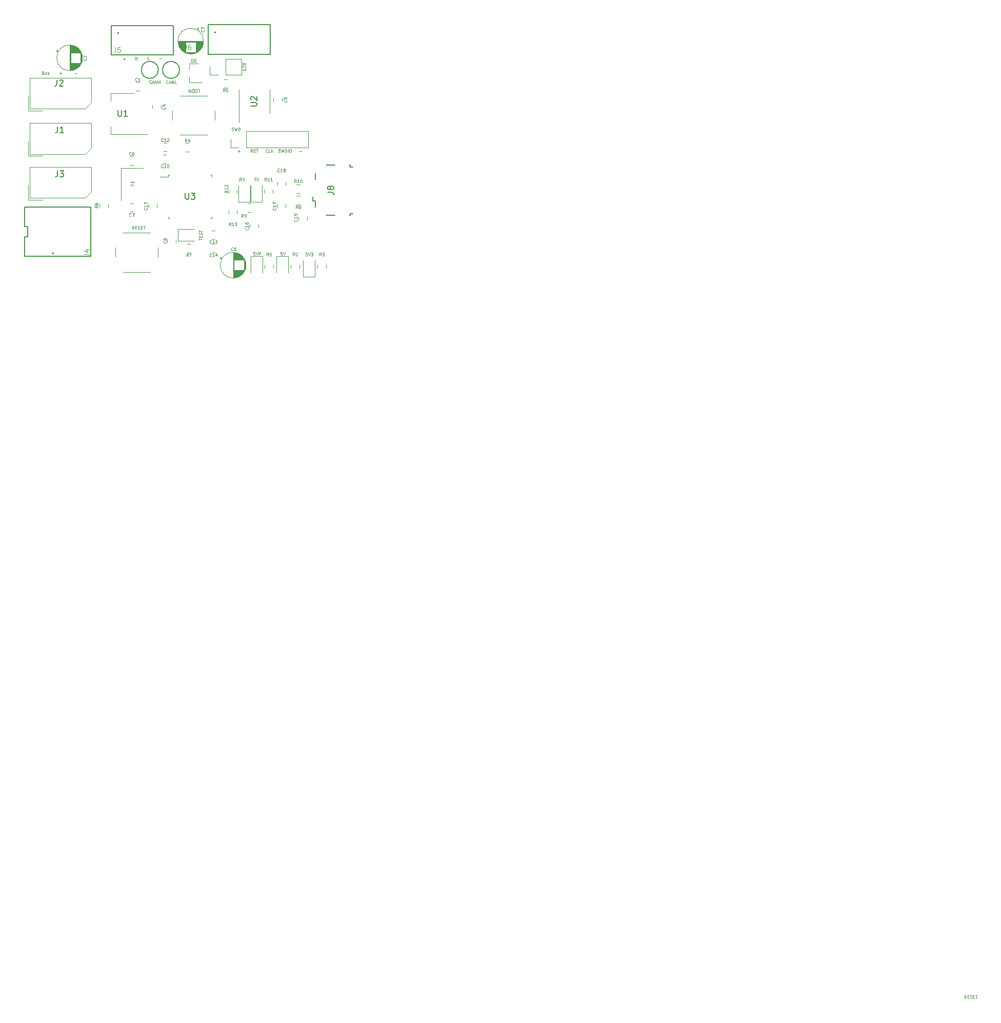
<source format=gbr>
%TF.GenerationSoftware,KiCad,Pcbnew,(5.1.6)-1*%
%TF.CreationDate,2021-06-25T13:52:16+02:00*%
%TF.ProjectId,sensor-v2-board,73656e73-6f72-42d7-9632-2d626f617264,rev?*%
%TF.SameCoordinates,Original*%
%TF.FileFunction,Legend,Top*%
%TF.FilePolarity,Positive*%
%FSLAX46Y46*%
G04 Gerber Fmt 4.6, Leading zero omitted, Abs format (unit mm)*
G04 Created by KiCad (PCBNEW (5.1.6)-1) date 2021-06-25 13:52:16*
%MOMM*%
%LPD*%
G01*
G04 APERTURE LIST*
%ADD10C,0.100000*%
%ADD11C,0.150000*%
%ADD12C,0.200000*%
%ADD13C,0.120000*%
%ADD14C,0.015000*%
G04 APERTURE END LIST*
D10*
X157159523Y-120435714D02*
X157540476Y-120435714D01*
X153740476Y-120602380D02*
X153811904Y-120626190D01*
X153930952Y-120626190D01*
X153978571Y-120602380D01*
X154002380Y-120578571D01*
X154026190Y-120530952D01*
X154026190Y-120483333D01*
X154002380Y-120435714D01*
X153978571Y-120411904D01*
X153930952Y-120388095D01*
X153835714Y-120364285D01*
X153788095Y-120340476D01*
X153764285Y-120316666D01*
X153740476Y-120269047D01*
X153740476Y-120221428D01*
X153764285Y-120173809D01*
X153788095Y-120150000D01*
X153835714Y-120126190D01*
X153954761Y-120126190D01*
X154026190Y-120150000D01*
X154192857Y-120126190D02*
X154311904Y-120626190D01*
X154407142Y-120269047D01*
X154502380Y-120626190D01*
X154621428Y-120126190D01*
X154811904Y-120626190D02*
X154811904Y-120126190D01*
X154930952Y-120126190D01*
X155002380Y-120150000D01*
X155050000Y-120197619D01*
X155073809Y-120245238D01*
X155097619Y-120340476D01*
X155097619Y-120411904D01*
X155073809Y-120507142D01*
X155050000Y-120554761D01*
X155002380Y-120602380D01*
X154930952Y-120626190D01*
X154811904Y-120626190D01*
X155311904Y-120626190D02*
X155311904Y-120126190D01*
X155645238Y-120126190D02*
X155740476Y-120126190D01*
X155788095Y-120150000D01*
X155835714Y-120197619D01*
X155859523Y-120292857D01*
X155859523Y-120459523D01*
X155835714Y-120554761D01*
X155788095Y-120602380D01*
X155740476Y-120626190D01*
X155645238Y-120626190D01*
X155597619Y-120602380D01*
X155550000Y-120554761D01*
X155526190Y-120459523D01*
X155526190Y-120292857D01*
X155550000Y-120197619D01*
X155597619Y-120150000D01*
X155645238Y-120126190D01*
X151952380Y-120578571D02*
X151928571Y-120602380D01*
X151857142Y-120626190D01*
X151809523Y-120626190D01*
X151738095Y-120602380D01*
X151690476Y-120554761D01*
X151666666Y-120507142D01*
X151642857Y-120411904D01*
X151642857Y-120340476D01*
X151666666Y-120245238D01*
X151690476Y-120197619D01*
X151738095Y-120150000D01*
X151809523Y-120126190D01*
X151857142Y-120126190D01*
X151928571Y-120150000D01*
X151952380Y-120173809D01*
X152404761Y-120626190D02*
X152166666Y-120626190D01*
X152166666Y-120126190D01*
X152571428Y-120626190D02*
X152571428Y-120126190D01*
X152857142Y-120626190D02*
X152642857Y-120340476D01*
X152857142Y-120126190D02*
X152571428Y-120411904D01*
X149426190Y-120626190D02*
X149259523Y-120388095D01*
X149140476Y-120626190D02*
X149140476Y-120126190D01*
X149330952Y-120126190D01*
X149378571Y-120150000D01*
X149402380Y-120173809D01*
X149426190Y-120221428D01*
X149426190Y-120292857D01*
X149402380Y-120340476D01*
X149378571Y-120364285D01*
X149330952Y-120388095D01*
X149140476Y-120388095D01*
X149616666Y-120602380D02*
X149688095Y-120626190D01*
X149807142Y-120626190D01*
X149854761Y-120602380D01*
X149878571Y-120578571D01*
X149902380Y-120530952D01*
X149902380Y-120483333D01*
X149878571Y-120435714D01*
X149854761Y-120411904D01*
X149807142Y-120388095D01*
X149711904Y-120364285D01*
X149664285Y-120340476D01*
X149640476Y-120316666D01*
X149616666Y-120269047D01*
X149616666Y-120221428D01*
X149640476Y-120173809D01*
X149664285Y-120150000D01*
X149711904Y-120126190D01*
X149830952Y-120126190D01*
X149902380Y-120150000D01*
X150045238Y-120126190D02*
X150330952Y-120126190D01*
X150188095Y-120626190D02*
X150188095Y-120126190D01*
X147009523Y-120435714D02*
X147390476Y-120435714D01*
X147200000Y-120626190D02*
X147200000Y-120245238D01*
X114857142Y-107464285D02*
X114928571Y-107488095D01*
X114952380Y-107511904D01*
X114976190Y-107559523D01*
X114976190Y-107630952D01*
X114952380Y-107678571D01*
X114928571Y-107702380D01*
X114880952Y-107726190D01*
X114690476Y-107726190D01*
X114690476Y-107226190D01*
X114857142Y-107226190D01*
X114904761Y-107250000D01*
X114928571Y-107273809D01*
X114952380Y-107321428D01*
X114952380Y-107369047D01*
X114928571Y-107416666D01*
X114904761Y-107440476D01*
X114857142Y-107464285D01*
X114690476Y-107464285D01*
X115404761Y-107392857D02*
X115404761Y-107726190D01*
X115190476Y-107392857D02*
X115190476Y-107654761D01*
X115214285Y-107702380D01*
X115261904Y-107726190D01*
X115333333Y-107726190D01*
X115380952Y-107702380D01*
X115404761Y-107678571D01*
X115619047Y-107702380D02*
X115666666Y-107726190D01*
X115761904Y-107726190D01*
X115809523Y-107702380D01*
X115833333Y-107654761D01*
X115833333Y-107630952D01*
X115809523Y-107583333D01*
X115761904Y-107559523D01*
X115690476Y-107559523D01*
X115642857Y-107535714D01*
X115619047Y-107488095D01*
X115619047Y-107464285D01*
X115642857Y-107416666D01*
X115690476Y-107392857D01*
X115761904Y-107392857D01*
X115809523Y-107416666D01*
X120109523Y-107535714D02*
X120490476Y-107535714D01*
X117559523Y-107535714D02*
X117940476Y-107535714D01*
X117750000Y-107726190D02*
X117750000Y-107345238D01*
X134059523Y-105085714D02*
X134440476Y-105085714D01*
X132404761Y-105276190D02*
X132166666Y-105276190D01*
X132166666Y-104776190D01*
X130107142Y-105326190D02*
X130107142Y-104826190D01*
X130107142Y-105064285D02*
X130392857Y-105064285D01*
X130392857Y-105326190D02*
X130392857Y-104826190D01*
X128059523Y-105185714D02*
X128440476Y-105185714D01*
X128250000Y-105376190D02*
X128250000Y-104995238D01*
D11*
%TO.C,J8*%
X161625000Y-131025000D02*
X163025000Y-131025000D01*
X165425000Y-131025000D02*
X165575000Y-131025000D01*
X165575000Y-131025000D02*
X165575000Y-130725000D01*
X165575000Y-130725000D02*
X166025000Y-130725000D01*
X166025000Y-123025000D02*
X165575000Y-123025000D01*
X165575000Y-123025000D02*
X165575000Y-122725000D01*
X165575000Y-122725000D02*
X165425000Y-122725000D01*
X163025000Y-122725000D02*
X161625000Y-122725000D01*
X159450000Y-127950000D02*
X159450000Y-128675000D01*
X159450000Y-128675000D02*
X159875000Y-128675000D01*
X159875000Y-128675000D02*
X159875000Y-129675000D01*
X159875000Y-125075000D02*
X159875000Y-124075000D01*
D12*
%TO.C,J4*%
X116600000Y-137310000D02*
G75*
G03*
X116600000Y-137310000I-100000J0D01*
G01*
X111800000Y-129690000D02*
X122750000Y-129690000D01*
X111800000Y-132900000D02*
X111800000Y-129690000D01*
X112300000Y-132900000D02*
X111800000Y-132900000D01*
X112300000Y-134600000D02*
X112300000Y-132900000D01*
X111800000Y-134600000D02*
X112300000Y-134600000D01*
X111800000Y-137810000D02*
X111800000Y-134600000D01*
X122750000Y-137810000D02*
X111800000Y-137810000D01*
X122750000Y-129690000D02*
X122750000Y-137810000D01*
D13*
%TO.C,R13*%
X146910000Y-130241422D02*
X146910000Y-130758578D01*
X145490000Y-130241422D02*
X145490000Y-130758578D01*
%TO.C,R12*%
X145490000Y-127358578D02*
X145490000Y-126841422D01*
X146910000Y-127358578D02*
X146910000Y-126841422D01*
%TO.C,R10*%
X156741422Y-125965000D02*
X157258578Y-125965000D01*
X156741422Y-127385000D02*
X157258578Y-127385000D01*
%TO.C,U1*%
X132100000Y-117660000D02*
X126090000Y-117660000D01*
X129850000Y-110840000D02*
X126090000Y-110840000D01*
X126090000Y-117660000D02*
X126090000Y-116400000D01*
X126090000Y-110840000D02*
X126090000Y-112100000D01*
%TO.C,C1*%
X130761252Y-109040000D02*
X130238748Y-109040000D01*
X130761252Y-110460000D02*
X130238748Y-110460000D01*
%TO.C,C4*%
X134310000Y-113361252D02*
X134310000Y-112838748D01*
X132890000Y-113361252D02*
X132890000Y-112838748D01*
%TO.C,C6*%
X129238748Y-121290000D02*
X129761252Y-121290000D01*
X129238748Y-122710000D02*
X129761252Y-122710000D01*
%TO.C,C7*%
X129761252Y-129040000D02*
X129238748Y-129040000D01*
X129761252Y-130460000D02*
X129238748Y-130460000D01*
%TO.C,C8*%
X136785000Y-135486252D02*
X136785000Y-134963748D01*
X135365000Y-135486252D02*
X135365000Y-134963748D01*
%TO.C,C9*%
X152890000Y-112161252D02*
X152890000Y-111638748D01*
X154310000Y-112161252D02*
X154310000Y-111638748D01*
%TO.C,C10*%
X134713748Y-121040000D02*
X135236252Y-121040000D01*
X134713748Y-122460000D02*
X135236252Y-122460000D01*
%TO.C,C11*%
X143261252Y-133540000D02*
X142738748Y-133540000D01*
X143261252Y-134960000D02*
X142738748Y-134960000D01*
%TO.C,C12*%
X134738748Y-119040000D02*
X135261252Y-119040000D01*
X134738748Y-120460000D02*
X135261252Y-120460000D01*
%TO.C,C13*%
X132290000Y-129238748D02*
X132290000Y-129761252D01*
X133710000Y-129238748D02*
X133710000Y-129761252D01*
%TO.C,C14*%
X143261252Y-137210000D02*
X142738748Y-137210000D01*
X143261252Y-135790000D02*
X142738748Y-135790000D01*
%TO.C,C15*%
X157040000Y-131238748D02*
X157040000Y-131761252D01*
X158460000Y-131238748D02*
X158460000Y-131761252D01*
%TO.C,C16*%
X150410000Y-132538748D02*
X150410000Y-133061252D01*
X148990000Y-132538748D02*
X148990000Y-133061252D01*
%TO.C,C17*%
X153540000Y-129238748D02*
X153540000Y-129761252D01*
X154960000Y-129238748D02*
X154960000Y-129761252D01*
%TO.C,C18*%
X153540000Y-126011252D02*
X153540000Y-125488748D01*
X154960000Y-126011252D02*
X154960000Y-125488748D01*
%TO.C,5VP*%
X151110000Y-140500000D02*
X151110000Y-137815000D01*
X151110000Y-137815000D02*
X149190000Y-137815000D01*
X149190000Y-137815000D02*
X149190000Y-140500000D01*
%TO.C,5V*%
X153440000Y-137815000D02*
X153440000Y-140500000D01*
X155360000Y-137815000D02*
X153440000Y-137815000D01*
X155360000Y-140500000D02*
X155360000Y-137815000D01*
%TO.C,3V3*%
X157820001Y-138460000D02*
X157820001Y-141145000D01*
X157820001Y-141145000D02*
X159740001Y-141145000D01*
X159740001Y-141145000D02*
X159740001Y-138460000D01*
%TO.C,TEST*%
X137165000Y-135260000D02*
X139850000Y-135260000D01*
X137165000Y-133340000D02*
X137165000Y-135260000D01*
X139850000Y-133340000D02*
X137165000Y-133340000D01*
%TO.C,D5*%
X138990000Y-105920000D02*
X138990000Y-106850000D01*
X138990000Y-109080000D02*
X138990000Y-108150000D01*
X138990000Y-109080000D02*
X141150000Y-109080000D01*
X138990000Y-105920000D02*
X140450000Y-105920000D01*
%TO.C,RX*%
X147140000Y-126100000D02*
X147140000Y-128785000D01*
X147140000Y-128785000D02*
X149060000Y-128785000D01*
X149060000Y-128785000D02*
X149060000Y-126100000D01*
%TO.C,TX*%
X151060000Y-128785000D02*
X151060000Y-126100000D01*
X149140000Y-128785000D02*
X151060000Y-128785000D01*
X149140000Y-126100000D02*
X149140000Y-128785000D01*
%TO.C,J1*%
X112690000Y-115790000D02*
X112690000Y-120910000D01*
X112690000Y-120910000D02*
X121810000Y-120910000D01*
X121810000Y-120910000D02*
X122810000Y-119910000D01*
X122810000Y-119910000D02*
X122810000Y-115790000D01*
X122810000Y-115790000D02*
X112690000Y-115790000D01*
X112390000Y-118800000D02*
X112390000Y-121210000D01*
X112390000Y-121210000D02*
X114800000Y-121210000D01*
%TO.C,J2*%
X112690000Y-108290000D02*
X112690000Y-113410000D01*
X112690000Y-113410000D02*
X121810000Y-113410000D01*
X121810000Y-113410000D02*
X122810000Y-112410000D01*
X122810000Y-112410000D02*
X122810000Y-108290000D01*
X122810000Y-108290000D02*
X112690000Y-108290000D01*
X112390000Y-111300000D02*
X112390000Y-113710000D01*
X112390000Y-113710000D02*
X114800000Y-113710000D01*
%TO.C,J3*%
X112390000Y-128460000D02*
X114800000Y-128460000D01*
X112390000Y-126050000D02*
X112390000Y-128460000D01*
X122810000Y-123040000D02*
X112690000Y-123040000D01*
X122810000Y-127160000D02*
X122810000Y-123040000D01*
X121810000Y-128160000D02*
X122810000Y-127160000D01*
X112690000Y-128160000D02*
X121810000Y-128160000D01*
X112690000Y-123040000D02*
X112690000Y-128160000D01*
D12*
%TO.C,J5*%
X136350000Y-104550000D02*
X126150000Y-104550000D01*
X126150000Y-104550000D02*
X126150000Y-99650000D01*
X126150000Y-99650000D02*
X136350000Y-99650000D01*
X136350000Y-99650000D02*
X136350000Y-104550000D01*
X127350000Y-100900000D02*
G75*
G03*
X127350000Y-100900000I-100000J0D01*
G01*
%TO.C,J6*%
X143350000Y-100800000D02*
G75*
G03*
X143350000Y-100800000I-100000J0D01*
G01*
X152350000Y-99550000D02*
X152350000Y-104450000D01*
X142150000Y-99550000D02*
X152350000Y-99550000D01*
X142150000Y-104450000D02*
X142150000Y-99550000D01*
X152350000Y-104450000D02*
X142150000Y-104450000D01*
D13*
%TO.C,SWD*%
X158660000Y-119830000D02*
X158660000Y-117170000D01*
X148440000Y-119830000D02*
X158660000Y-119830000D01*
X148440000Y-117170000D02*
X158660000Y-117170000D01*
X148440000Y-119830000D02*
X148440000Y-117170000D01*
X147170000Y-119830000D02*
X145840000Y-119830000D01*
X145840000Y-119830000D02*
X145840000Y-118500000D01*
%TO.C,120*%
X147620000Y-107830000D02*
X147620000Y-105170000D01*
X145020000Y-107830000D02*
X147620000Y-107830000D01*
X145020000Y-105170000D02*
X147620000Y-105170000D01*
X145020000Y-107830000D02*
X145020000Y-105170000D01*
X143750000Y-107830000D02*
X142420000Y-107830000D01*
X142420000Y-107830000D02*
X142420000Y-106500000D01*
%TO.C,R1*%
X151440000Y-139738578D02*
X151440000Y-139221422D01*
X152860000Y-139738578D02*
X152860000Y-139221422D01*
%TO.C,R2*%
X157225001Y-139738578D02*
X157225001Y-139221422D01*
X155805001Y-139738578D02*
X155805001Y-139221422D01*
%TO.C,R3*%
X161610000Y-139221422D02*
X161610000Y-139738578D01*
X160190000Y-139221422D02*
X160190000Y-139738578D01*
%TO.C,R4*%
X138958578Y-119090000D02*
X138441422Y-119090000D01*
X138958578Y-120510000D02*
X138441422Y-120510000D01*
%TO.C,R5*%
X145258578Y-109960000D02*
X144741422Y-109960000D01*
X145258578Y-108540000D02*
X144741422Y-108540000D01*
%TO.C,R6*%
X125610000Y-129658578D02*
X125610000Y-129141422D01*
X124190000Y-129658578D02*
X124190000Y-129141422D01*
%TO.C,R7*%
X138656423Y-135755001D02*
X139173579Y-135755001D01*
X138656423Y-137175001D02*
X139173579Y-137175001D01*
%TO.C,R8*%
X156741422Y-129260000D02*
X157258578Y-129260000D01*
X156741422Y-127840000D02*
X157258578Y-127840000D01*
%TO.C,R9*%
X149158578Y-129090000D02*
X148641422Y-129090000D01*
X149158578Y-130510000D02*
X148641422Y-130510000D01*
%TO.C,R11*%
X151390000Y-127321078D02*
X151390000Y-126803922D01*
X152810000Y-127321078D02*
X152810000Y-126803922D01*
%TO.C,RESET*%
X128100000Y-140375000D02*
X132600000Y-140375000D01*
X126850000Y-136375000D02*
X126850000Y-137875000D01*
X132600000Y-133875000D02*
X128100000Y-133875000D01*
X133850000Y-137875000D02*
X133850000Y-136375000D01*
%TO.C,BOOT*%
X143200000Y-115250000D02*
X143200000Y-113750000D01*
X141950000Y-111250000D02*
X137450000Y-111250000D01*
X136200000Y-113750000D02*
X136200000Y-115250000D01*
X137450000Y-117750000D02*
X141950000Y-117750000D01*
D11*
%TO.C,CANH*%
X133900000Y-107000000D02*
G75*
G03*
X133900000Y-107000000I-1400000J0D01*
G01*
%TO.C,CANL*%
X137400000Y-107000000D02*
G75*
G03*
X137400000Y-107000000I-1400000J0D01*
G01*
D13*
%TO.C,U2*%
X152310000Y-112250000D02*
X152310000Y-110300000D01*
X152310000Y-112250000D02*
X152310000Y-114200000D01*
X147190000Y-112250000D02*
X147190000Y-110300000D01*
X147190000Y-112250000D02*
X147190000Y-115700000D01*
%TO.C,U3*%
X142435000Y-131560000D02*
X142735000Y-131560000D01*
X142735000Y-131560000D02*
X142735000Y-131260000D01*
X135815000Y-131560000D02*
X135515000Y-131560000D01*
X135515000Y-131560000D02*
X135515000Y-131260000D01*
X142435000Y-124340000D02*
X142735000Y-124340000D01*
X142735000Y-124340000D02*
X142735000Y-124640000D01*
X135815000Y-124340000D02*
X135515000Y-124340000D01*
X135515000Y-124340000D02*
X135515000Y-124640000D01*
X135515000Y-124640000D02*
X134200000Y-124640000D01*
%TO.C,C2*%
X121370000Y-105000000D02*
G75*
G03*
X121370000Y-105000000I-2120000J0D01*
G01*
X119250000Y-102920000D02*
X119250000Y-107080000D01*
X119290000Y-102920000D02*
X119290000Y-107080000D01*
X119330000Y-102921000D02*
X119330000Y-107079000D01*
X119370000Y-102923000D02*
X119370000Y-107077000D01*
X119410000Y-102926000D02*
X119410000Y-107074000D01*
X119450000Y-102929000D02*
X119450000Y-104160000D01*
X119450000Y-105840000D02*
X119450000Y-107071000D01*
X119490000Y-102933000D02*
X119490000Y-104160000D01*
X119490000Y-105840000D02*
X119490000Y-107067000D01*
X119530000Y-102938000D02*
X119530000Y-104160000D01*
X119530000Y-105840000D02*
X119530000Y-107062000D01*
X119570000Y-102944000D02*
X119570000Y-104160000D01*
X119570000Y-105840000D02*
X119570000Y-107056000D01*
X119610000Y-102950000D02*
X119610000Y-104160000D01*
X119610000Y-105840000D02*
X119610000Y-107050000D01*
X119650000Y-102958000D02*
X119650000Y-104160000D01*
X119650000Y-105840000D02*
X119650000Y-107042000D01*
X119690000Y-102966000D02*
X119690000Y-104160000D01*
X119690000Y-105840000D02*
X119690000Y-107034000D01*
X119730000Y-102975000D02*
X119730000Y-104160000D01*
X119730000Y-105840000D02*
X119730000Y-107025000D01*
X119770000Y-102984000D02*
X119770000Y-104160000D01*
X119770000Y-105840000D02*
X119770000Y-107016000D01*
X119810000Y-102995000D02*
X119810000Y-104160000D01*
X119810000Y-105840000D02*
X119810000Y-107005000D01*
X119850000Y-103006000D02*
X119850000Y-104160000D01*
X119850000Y-105840000D02*
X119850000Y-106994000D01*
X119890000Y-103018000D02*
X119890000Y-104160000D01*
X119890000Y-105840000D02*
X119890000Y-106982000D01*
X119930000Y-103032000D02*
X119930000Y-104160000D01*
X119930000Y-105840000D02*
X119930000Y-106968000D01*
X119971000Y-103046000D02*
X119971000Y-104160000D01*
X119971000Y-105840000D02*
X119971000Y-106954000D01*
X120011000Y-103060000D02*
X120011000Y-104160000D01*
X120011000Y-105840000D02*
X120011000Y-106940000D01*
X120051000Y-103076000D02*
X120051000Y-104160000D01*
X120051000Y-105840000D02*
X120051000Y-106924000D01*
X120091000Y-103093000D02*
X120091000Y-104160000D01*
X120091000Y-105840000D02*
X120091000Y-106907000D01*
X120131000Y-103111000D02*
X120131000Y-104160000D01*
X120131000Y-105840000D02*
X120131000Y-106889000D01*
X120171000Y-103130000D02*
X120171000Y-104160000D01*
X120171000Y-105840000D02*
X120171000Y-106870000D01*
X120211000Y-103149000D02*
X120211000Y-104160000D01*
X120211000Y-105840000D02*
X120211000Y-106851000D01*
X120251000Y-103170000D02*
X120251000Y-104160000D01*
X120251000Y-105840000D02*
X120251000Y-106830000D01*
X120291000Y-103192000D02*
X120291000Y-104160000D01*
X120291000Y-105840000D02*
X120291000Y-106808000D01*
X120331000Y-103215000D02*
X120331000Y-104160000D01*
X120331000Y-105840000D02*
X120331000Y-106785000D01*
X120371000Y-103240000D02*
X120371000Y-104160000D01*
X120371000Y-105840000D02*
X120371000Y-106760000D01*
X120411000Y-103265000D02*
X120411000Y-104160000D01*
X120411000Y-105840000D02*
X120411000Y-106735000D01*
X120451000Y-103292000D02*
X120451000Y-104160000D01*
X120451000Y-105840000D02*
X120451000Y-106708000D01*
X120491000Y-103320000D02*
X120491000Y-104160000D01*
X120491000Y-105840000D02*
X120491000Y-106680000D01*
X120531000Y-103350000D02*
X120531000Y-104160000D01*
X120531000Y-105840000D02*
X120531000Y-106650000D01*
X120571000Y-103381000D02*
X120571000Y-104160000D01*
X120571000Y-105840000D02*
X120571000Y-106619000D01*
X120611000Y-103413000D02*
X120611000Y-104160000D01*
X120611000Y-105840000D02*
X120611000Y-106587000D01*
X120651000Y-103448000D02*
X120651000Y-104160000D01*
X120651000Y-105840000D02*
X120651000Y-106552000D01*
X120691000Y-103484000D02*
X120691000Y-104160000D01*
X120691000Y-105840000D02*
X120691000Y-106516000D01*
X120731000Y-103522000D02*
X120731000Y-104160000D01*
X120731000Y-105840000D02*
X120731000Y-106478000D01*
X120771000Y-103562000D02*
X120771000Y-104160000D01*
X120771000Y-105840000D02*
X120771000Y-106438000D01*
X120811000Y-103604000D02*
X120811000Y-104160000D01*
X120811000Y-105840000D02*
X120811000Y-106396000D01*
X120851000Y-103649000D02*
X120851000Y-104160000D01*
X120851000Y-105840000D02*
X120851000Y-106351000D01*
X120891000Y-103696000D02*
X120891000Y-104160000D01*
X120891000Y-105840000D02*
X120891000Y-106304000D01*
X120931000Y-103746000D02*
X120931000Y-104160000D01*
X120931000Y-105840000D02*
X120931000Y-106254000D01*
X120971000Y-103800000D02*
X120971000Y-104160000D01*
X120971000Y-105840000D02*
X120971000Y-106200000D01*
X121011000Y-103858000D02*
X121011000Y-104160000D01*
X121011000Y-105840000D02*
X121011000Y-106142000D01*
X121051000Y-103920000D02*
X121051000Y-104160000D01*
X121051000Y-105840000D02*
X121051000Y-106080000D01*
X121091000Y-103987000D02*
X121091000Y-106013000D01*
X121131000Y-104060000D02*
X121131000Y-105940000D01*
X121171000Y-104141000D02*
X121171000Y-105859000D01*
X121211000Y-104232000D02*
X121211000Y-105768000D01*
X121251000Y-104336000D02*
X121251000Y-105664000D01*
X121291000Y-104463000D02*
X121291000Y-105537000D01*
X121331000Y-104630000D02*
X121331000Y-105370000D01*
X116980199Y-103805000D02*
X117380199Y-103805000D01*
X117180199Y-103605000D02*
X117180199Y-104005000D01*
%TO.C,C3*%
X140645000Y-100180199D02*
X140245000Y-100180199D01*
X140445000Y-99980199D02*
X140445000Y-100380199D01*
X139620000Y-104331000D02*
X138880000Y-104331000D01*
X139787000Y-104291000D02*
X138713000Y-104291000D01*
X139914000Y-104251000D02*
X138586000Y-104251000D01*
X140018000Y-104211000D02*
X138482000Y-104211000D01*
X140109000Y-104171000D02*
X138391000Y-104171000D01*
X140190000Y-104131000D02*
X138310000Y-104131000D01*
X140263000Y-104091000D02*
X138237000Y-104091000D01*
X138410000Y-104051000D02*
X138170000Y-104051000D01*
X140330000Y-104051000D02*
X140090000Y-104051000D01*
X138410000Y-104011000D02*
X138108000Y-104011000D01*
X140392000Y-104011000D02*
X140090000Y-104011000D01*
X138410000Y-103971000D02*
X138050000Y-103971000D01*
X140450000Y-103971000D02*
X140090000Y-103971000D01*
X138410000Y-103931000D02*
X137996000Y-103931000D01*
X140504000Y-103931000D02*
X140090000Y-103931000D01*
X138410000Y-103891000D02*
X137946000Y-103891000D01*
X140554000Y-103891000D02*
X140090000Y-103891000D01*
X138410000Y-103851000D02*
X137899000Y-103851000D01*
X140601000Y-103851000D02*
X140090000Y-103851000D01*
X138410000Y-103811000D02*
X137854000Y-103811000D01*
X140646000Y-103811000D02*
X140090000Y-103811000D01*
X138410000Y-103771000D02*
X137812000Y-103771000D01*
X140688000Y-103771000D02*
X140090000Y-103771000D01*
X138410000Y-103731000D02*
X137772000Y-103731000D01*
X140728000Y-103731000D02*
X140090000Y-103731000D01*
X138410000Y-103691000D02*
X137734000Y-103691000D01*
X140766000Y-103691000D02*
X140090000Y-103691000D01*
X138410000Y-103651000D02*
X137698000Y-103651000D01*
X140802000Y-103651000D02*
X140090000Y-103651000D01*
X138410000Y-103611000D02*
X137663000Y-103611000D01*
X140837000Y-103611000D02*
X140090000Y-103611000D01*
X138410000Y-103571000D02*
X137631000Y-103571000D01*
X140869000Y-103571000D02*
X140090000Y-103571000D01*
X138410000Y-103531000D02*
X137600000Y-103531000D01*
X140900000Y-103531000D02*
X140090000Y-103531000D01*
X138410000Y-103491000D02*
X137570000Y-103491000D01*
X140930000Y-103491000D02*
X140090000Y-103491000D01*
X138410000Y-103451000D02*
X137542000Y-103451000D01*
X140958000Y-103451000D02*
X140090000Y-103451000D01*
X138410000Y-103411000D02*
X137515000Y-103411000D01*
X140985000Y-103411000D02*
X140090000Y-103411000D01*
X138410000Y-103371000D02*
X137490000Y-103371000D01*
X141010000Y-103371000D02*
X140090000Y-103371000D01*
X138410000Y-103331000D02*
X137465000Y-103331000D01*
X141035000Y-103331000D02*
X140090000Y-103331000D01*
X138410000Y-103291000D02*
X137442000Y-103291000D01*
X141058000Y-103291000D02*
X140090000Y-103291000D01*
X138410000Y-103251000D02*
X137420000Y-103251000D01*
X141080000Y-103251000D02*
X140090000Y-103251000D01*
X138410000Y-103211000D02*
X137399000Y-103211000D01*
X141101000Y-103211000D02*
X140090000Y-103211000D01*
X138410000Y-103171000D02*
X137380000Y-103171000D01*
X141120000Y-103171000D02*
X140090000Y-103171000D01*
X138410000Y-103131000D02*
X137361000Y-103131000D01*
X141139000Y-103131000D02*
X140090000Y-103131000D01*
X138410000Y-103091000D02*
X137343000Y-103091000D01*
X141157000Y-103091000D02*
X140090000Y-103091000D01*
X138410000Y-103051000D02*
X137326000Y-103051000D01*
X141174000Y-103051000D02*
X140090000Y-103051000D01*
X138410000Y-103011000D02*
X137310000Y-103011000D01*
X141190000Y-103011000D02*
X140090000Y-103011000D01*
X138410000Y-102971000D02*
X137296000Y-102971000D01*
X141204000Y-102971000D02*
X140090000Y-102971000D01*
X138410000Y-102930000D02*
X137282000Y-102930000D01*
X141218000Y-102930000D02*
X140090000Y-102930000D01*
X138410000Y-102890000D02*
X137268000Y-102890000D01*
X141232000Y-102890000D02*
X140090000Y-102890000D01*
X138410000Y-102850000D02*
X137256000Y-102850000D01*
X141244000Y-102850000D02*
X140090000Y-102850000D01*
X138410000Y-102810000D02*
X137245000Y-102810000D01*
X141255000Y-102810000D02*
X140090000Y-102810000D01*
X138410000Y-102770000D02*
X137234000Y-102770000D01*
X141266000Y-102770000D02*
X140090000Y-102770000D01*
X138410000Y-102730000D02*
X137225000Y-102730000D01*
X141275000Y-102730000D02*
X140090000Y-102730000D01*
X138410000Y-102690000D02*
X137216000Y-102690000D01*
X141284000Y-102690000D02*
X140090000Y-102690000D01*
X138410000Y-102650000D02*
X137208000Y-102650000D01*
X141292000Y-102650000D02*
X140090000Y-102650000D01*
X138410000Y-102610000D02*
X137200000Y-102610000D01*
X141300000Y-102610000D02*
X140090000Y-102610000D01*
X138410000Y-102570000D02*
X137194000Y-102570000D01*
X141306000Y-102570000D02*
X140090000Y-102570000D01*
X138410000Y-102530000D02*
X137188000Y-102530000D01*
X141312000Y-102530000D02*
X140090000Y-102530000D01*
X138410000Y-102490000D02*
X137183000Y-102490000D01*
X141317000Y-102490000D02*
X140090000Y-102490000D01*
X138410000Y-102450000D02*
X137179000Y-102450000D01*
X141321000Y-102450000D02*
X140090000Y-102450000D01*
X141324000Y-102410000D02*
X137176000Y-102410000D01*
X141327000Y-102370000D02*
X137173000Y-102370000D01*
X141329000Y-102330000D02*
X137171000Y-102330000D01*
X141330000Y-102290000D02*
X137170000Y-102290000D01*
X141330000Y-102250000D02*
X137170000Y-102250000D01*
X141370000Y-102250000D02*
G75*
G03*
X141370000Y-102250000I-2120000J0D01*
G01*
%TO.C,C5*%
X144180199Y-137855000D02*
X144180199Y-138255000D01*
X143980199Y-138055000D02*
X144380199Y-138055000D01*
X148331000Y-138880000D02*
X148331000Y-139620000D01*
X148291000Y-138713000D02*
X148291000Y-139787000D01*
X148251000Y-138586000D02*
X148251000Y-139914000D01*
X148211000Y-138482000D02*
X148211000Y-140018000D01*
X148171000Y-138391000D02*
X148171000Y-140109000D01*
X148131000Y-138310000D02*
X148131000Y-140190000D01*
X148091000Y-138237000D02*
X148091000Y-140263000D01*
X148051000Y-140090000D02*
X148051000Y-140330000D01*
X148051000Y-138170000D02*
X148051000Y-138410000D01*
X148011000Y-140090000D02*
X148011000Y-140392000D01*
X148011000Y-138108000D02*
X148011000Y-138410000D01*
X147971000Y-140090000D02*
X147971000Y-140450000D01*
X147971000Y-138050000D02*
X147971000Y-138410000D01*
X147931000Y-140090000D02*
X147931000Y-140504000D01*
X147931000Y-137996000D02*
X147931000Y-138410000D01*
X147891000Y-140090000D02*
X147891000Y-140554000D01*
X147891000Y-137946000D02*
X147891000Y-138410000D01*
X147851000Y-140090000D02*
X147851000Y-140601000D01*
X147851000Y-137899000D02*
X147851000Y-138410000D01*
X147811000Y-140090000D02*
X147811000Y-140646000D01*
X147811000Y-137854000D02*
X147811000Y-138410000D01*
X147771000Y-140090000D02*
X147771000Y-140688000D01*
X147771000Y-137812000D02*
X147771000Y-138410000D01*
X147731000Y-140090000D02*
X147731000Y-140728000D01*
X147731000Y-137772000D02*
X147731000Y-138410000D01*
X147691000Y-140090000D02*
X147691000Y-140766000D01*
X147691000Y-137734000D02*
X147691000Y-138410000D01*
X147651000Y-140090000D02*
X147651000Y-140802000D01*
X147651000Y-137698000D02*
X147651000Y-138410000D01*
X147611000Y-140090000D02*
X147611000Y-140837000D01*
X147611000Y-137663000D02*
X147611000Y-138410000D01*
X147571000Y-140090000D02*
X147571000Y-140869000D01*
X147571000Y-137631000D02*
X147571000Y-138410000D01*
X147531000Y-140090000D02*
X147531000Y-140900000D01*
X147531000Y-137600000D02*
X147531000Y-138410000D01*
X147491000Y-140090000D02*
X147491000Y-140930000D01*
X147491000Y-137570000D02*
X147491000Y-138410000D01*
X147451000Y-140090000D02*
X147451000Y-140958000D01*
X147451000Y-137542000D02*
X147451000Y-138410000D01*
X147411000Y-140090000D02*
X147411000Y-140985000D01*
X147411000Y-137515000D02*
X147411000Y-138410000D01*
X147371000Y-140090000D02*
X147371000Y-141010000D01*
X147371000Y-137490000D02*
X147371000Y-138410000D01*
X147331000Y-140090000D02*
X147331000Y-141035000D01*
X147331000Y-137465000D02*
X147331000Y-138410000D01*
X147291000Y-140090000D02*
X147291000Y-141058000D01*
X147291000Y-137442000D02*
X147291000Y-138410000D01*
X147251000Y-140090000D02*
X147251000Y-141080000D01*
X147251000Y-137420000D02*
X147251000Y-138410000D01*
X147211000Y-140090000D02*
X147211000Y-141101000D01*
X147211000Y-137399000D02*
X147211000Y-138410000D01*
X147171000Y-140090000D02*
X147171000Y-141120000D01*
X147171000Y-137380000D02*
X147171000Y-138410000D01*
X147131000Y-140090000D02*
X147131000Y-141139000D01*
X147131000Y-137361000D02*
X147131000Y-138410000D01*
X147091000Y-140090000D02*
X147091000Y-141157000D01*
X147091000Y-137343000D02*
X147091000Y-138410000D01*
X147051000Y-140090000D02*
X147051000Y-141174000D01*
X147051000Y-137326000D02*
X147051000Y-138410000D01*
X147011000Y-140090000D02*
X147011000Y-141190000D01*
X147011000Y-137310000D02*
X147011000Y-138410000D01*
X146971000Y-140090000D02*
X146971000Y-141204000D01*
X146971000Y-137296000D02*
X146971000Y-138410000D01*
X146930000Y-140090000D02*
X146930000Y-141218000D01*
X146930000Y-137282000D02*
X146930000Y-138410000D01*
X146890000Y-140090000D02*
X146890000Y-141232000D01*
X146890000Y-137268000D02*
X146890000Y-138410000D01*
X146850000Y-140090000D02*
X146850000Y-141244000D01*
X146850000Y-137256000D02*
X146850000Y-138410000D01*
X146810000Y-140090000D02*
X146810000Y-141255000D01*
X146810000Y-137245000D02*
X146810000Y-138410000D01*
X146770000Y-140090000D02*
X146770000Y-141266000D01*
X146770000Y-137234000D02*
X146770000Y-138410000D01*
X146730000Y-140090000D02*
X146730000Y-141275000D01*
X146730000Y-137225000D02*
X146730000Y-138410000D01*
X146690000Y-140090000D02*
X146690000Y-141284000D01*
X146690000Y-137216000D02*
X146690000Y-138410000D01*
X146650000Y-140090000D02*
X146650000Y-141292000D01*
X146650000Y-137208000D02*
X146650000Y-138410000D01*
X146610000Y-140090000D02*
X146610000Y-141300000D01*
X146610000Y-137200000D02*
X146610000Y-138410000D01*
X146570000Y-140090000D02*
X146570000Y-141306000D01*
X146570000Y-137194000D02*
X146570000Y-138410000D01*
X146530000Y-140090000D02*
X146530000Y-141312000D01*
X146530000Y-137188000D02*
X146530000Y-138410000D01*
X146490000Y-140090000D02*
X146490000Y-141317000D01*
X146490000Y-137183000D02*
X146490000Y-138410000D01*
X146450000Y-140090000D02*
X146450000Y-141321000D01*
X146450000Y-137179000D02*
X146450000Y-138410000D01*
X146410000Y-137176000D02*
X146410000Y-141324000D01*
X146370000Y-137173000D02*
X146370000Y-141327000D01*
X146330000Y-137171000D02*
X146330000Y-141329000D01*
X146290000Y-137170000D02*
X146290000Y-141330000D01*
X146250000Y-137170000D02*
X146250000Y-141330000D01*
X148370000Y-139250000D02*
G75*
G03*
X148370000Y-139250000I-2120000J0D01*
G01*
%TO.C,Y1*%
X127725000Y-123225000D02*
X127725000Y-128525000D01*
X131425000Y-123225000D02*
X127725000Y-123225000D01*
%TO.C,J8*%
D11*
X161852380Y-127208333D02*
X162566666Y-127208333D01*
X162709523Y-127255952D01*
X162804761Y-127351190D01*
X162852380Y-127494047D01*
X162852380Y-127589285D01*
X162280952Y-126589285D02*
X162233333Y-126684523D01*
X162185714Y-126732142D01*
X162090476Y-126779761D01*
X162042857Y-126779761D01*
X161947619Y-126732142D01*
X161900000Y-126684523D01*
X161852380Y-126589285D01*
X161852380Y-126398809D01*
X161900000Y-126303571D01*
X161947619Y-126255952D01*
X162042857Y-126208333D01*
X162090476Y-126208333D01*
X162185714Y-126255952D01*
X162233333Y-126303571D01*
X162280952Y-126398809D01*
X162280952Y-126589285D01*
X162328571Y-126684523D01*
X162376190Y-126732142D01*
X162471428Y-126779761D01*
X162661904Y-126779761D01*
X162757142Y-126732142D01*
X162804761Y-126684523D01*
X162852380Y-126589285D01*
X162852380Y-126398809D01*
X162804761Y-126303571D01*
X162757142Y-126255952D01*
X162661904Y-126208333D01*
X162471428Y-126208333D01*
X162376190Y-126255952D01*
X162328571Y-126303571D01*
X162280952Y-126398809D01*
%TO.C,*%
D10*
X267273809Y-260376190D02*
X267107142Y-260138095D01*
X266988095Y-260376190D02*
X266988095Y-259876190D01*
X267178571Y-259876190D01*
X267226190Y-259900000D01*
X267250000Y-259923809D01*
X267273809Y-259971428D01*
X267273809Y-260042857D01*
X267250000Y-260090476D01*
X267226190Y-260114285D01*
X267178571Y-260138095D01*
X266988095Y-260138095D01*
X267488095Y-260114285D02*
X267654761Y-260114285D01*
X267726190Y-260376190D02*
X267488095Y-260376190D01*
X267488095Y-259876190D01*
X267726190Y-259876190D01*
X267916666Y-260352380D02*
X267988095Y-260376190D01*
X268107142Y-260376190D01*
X268154761Y-260352380D01*
X268178571Y-260328571D01*
X268202380Y-260280952D01*
X268202380Y-260233333D01*
X268178571Y-260185714D01*
X268154761Y-260161904D01*
X268107142Y-260138095D01*
X268011904Y-260114285D01*
X267964285Y-260090476D01*
X267940476Y-260066666D01*
X267916666Y-260019047D01*
X267916666Y-259971428D01*
X267940476Y-259923809D01*
X267964285Y-259900000D01*
X268011904Y-259876190D01*
X268130952Y-259876190D01*
X268202380Y-259900000D01*
X268416666Y-260114285D02*
X268583333Y-260114285D01*
X268654761Y-260376190D02*
X268416666Y-260376190D01*
X268416666Y-259876190D01*
X268654761Y-259876190D01*
X268797619Y-259876190D02*
X269083333Y-259876190D01*
X268940476Y-260376190D02*
X268940476Y-259876190D01*
%TO.C,J4*%
D14*
X121661904Y-137416666D02*
X122233333Y-137416666D01*
X122347619Y-137454761D01*
X122423809Y-137530952D01*
X122461904Y-137645238D01*
X122461904Y-137721428D01*
X121928571Y-136692857D02*
X122461904Y-136692857D01*
X121623809Y-136883333D02*
X122195238Y-137073809D01*
X122195238Y-136578571D01*
%TO.C,R13*%
D10*
X145878571Y-132726190D02*
X145711904Y-132488095D01*
X145592857Y-132726190D02*
X145592857Y-132226190D01*
X145783333Y-132226190D01*
X145830952Y-132250000D01*
X145854761Y-132273809D01*
X145878571Y-132321428D01*
X145878571Y-132392857D01*
X145854761Y-132440476D01*
X145830952Y-132464285D01*
X145783333Y-132488095D01*
X145592857Y-132488095D01*
X146354761Y-132726190D02*
X146069047Y-132726190D01*
X146211904Y-132726190D02*
X146211904Y-132226190D01*
X146164285Y-132297619D01*
X146116666Y-132345238D01*
X146069047Y-132369047D01*
X146521428Y-132226190D02*
X146830952Y-132226190D01*
X146664285Y-132416666D01*
X146735714Y-132416666D01*
X146783333Y-132440476D01*
X146807142Y-132464285D01*
X146830952Y-132511904D01*
X146830952Y-132630952D01*
X146807142Y-132678571D01*
X146783333Y-132702380D01*
X146735714Y-132726190D01*
X146592857Y-132726190D01*
X146545238Y-132702380D01*
X146521428Y-132678571D01*
%TO.C,R12*%
X145326190Y-126921428D02*
X145088095Y-127088095D01*
X145326190Y-127207142D02*
X144826190Y-127207142D01*
X144826190Y-127016666D01*
X144850000Y-126969047D01*
X144873809Y-126945238D01*
X144921428Y-126921428D01*
X144992857Y-126921428D01*
X145040476Y-126945238D01*
X145064285Y-126969047D01*
X145088095Y-127016666D01*
X145088095Y-127207142D01*
X145326190Y-126445238D02*
X145326190Y-126730952D01*
X145326190Y-126588095D02*
X144826190Y-126588095D01*
X144897619Y-126635714D01*
X144945238Y-126683333D01*
X144969047Y-126730952D01*
X144873809Y-126254761D02*
X144850000Y-126230952D01*
X144826190Y-126183333D01*
X144826190Y-126064285D01*
X144850000Y-126016666D01*
X144873809Y-125992857D01*
X144921428Y-125969047D01*
X144969047Y-125969047D01*
X145040476Y-125992857D01*
X145326190Y-126278571D01*
X145326190Y-125969047D01*
%TO.C,R10*%
X156678571Y-125626190D02*
X156511904Y-125388095D01*
X156392857Y-125626190D02*
X156392857Y-125126190D01*
X156583333Y-125126190D01*
X156630952Y-125150000D01*
X156654761Y-125173809D01*
X156678571Y-125221428D01*
X156678571Y-125292857D01*
X156654761Y-125340476D01*
X156630952Y-125364285D01*
X156583333Y-125388095D01*
X156392857Y-125388095D01*
X157154761Y-125626190D02*
X156869047Y-125626190D01*
X157011904Y-125626190D02*
X157011904Y-125126190D01*
X156964285Y-125197619D01*
X156916666Y-125245238D01*
X156869047Y-125269047D01*
X157464285Y-125126190D02*
X157511904Y-125126190D01*
X157559523Y-125150000D01*
X157583333Y-125173809D01*
X157607142Y-125221428D01*
X157630952Y-125316666D01*
X157630952Y-125435714D01*
X157607142Y-125530952D01*
X157583333Y-125578571D01*
X157559523Y-125602380D01*
X157511904Y-125626190D01*
X157464285Y-125626190D01*
X157416666Y-125602380D01*
X157392857Y-125578571D01*
X157369047Y-125530952D01*
X157345238Y-125435714D01*
X157345238Y-125316666D01*
X157369047Y-125221428D01*
X157392857Y-125173809D01*
X157416666Y-125150000D01*
X157464285Y-125126190D01*
%TO.C,U1*%
D11*
X127238095Y-113652380D02*
X127238095Y-114461904D01*
X127285714Y-114557142D01*
X127333333Y-114604761D01*
X127428571Y-114652380D01*
X127619047Y-114652380D01*
X127714285Y-114604761D01*
X127761904Y-114557142D01*
X127809523Y-114461904D01*
X127809523Y-113652380D01*
X128809523Y-114652380D02*
X128238095Y-114652380D01*
X128523809Y-114652380D02*
X128523809Y-113652380D01*
X128428571Y-113795238D01*
X128333333Y-113890476D01*
X128238095Y-113938095D01*
%TO.C,C1*%
D10*
X130416666Y-108778571D02*
X130392857Y-108802380D01*
X130321428Y-108826190D01*
X130273809Y-108826190D01*
X130202380Y-108802380D01*
X130154761Y-108754761D01*
X130130952Y-108707142D01*
X130107142Y-108611904D01*
X130107142Y-108540476D01*
X130130952Y-108445238D01*
X130154761Y-108397619D01*
X130202380Y-108350000D01*
X130273809Y-108326190D01*
X130321428Y-108326190D01*
X130392857Y-108350000D01*
X130416666Y-108373809D01*
X130892857Y-108826190D02*
X130607142Y-108826190D01*
X130750000Y-108826190D02*
X130750000Y-108326190D01*
X130702380Y-108397619D01*
X130654761Y-108445238D01*
X130607142Y-108469047D01*
%TO.C,C4*%
X134978571Y-113183333D02*
X135002380Y-113207142D01*
X135026190Y-113278571D01*
X135026190Y-113326190D01*
X135002380Y-113397619D01*
X134954761Y-113445238D01*
X134907142Y-113469047D01*
X134811904Y-113492857D01*
X134740476Y-113492857D01*
X134645238Y-113469047D01*
X134597619Y-113445238D01*
X134550000Y-113397619D01*
X134526190Y-113326190D01*
X134526190Y-113278571D01*
X134550000Y-113207142D01*
X134573809Y-113183333D01*
X134692857Y-112754761D02*
X135026190Y-112754761D01*
X134502380Y-112873809D02*
X134859523Y-112992857D01*
X134859523Y-112683333D01*
%TO.C,C6*%
X129416666Y-121028571D02*
X129392857Y-121052380D01*
X129321428Y-121076190D01*
X129273809Y-121076190D01*
X129202380Y-121052380D01*
X129154761Y-121004761D01*
X129130952Y-120957142D01*
X129107142Y-120861904D01*
X129107142Y-120790476D01*
X129130952Y-120695238D01*
X129154761Y-120647619D01*
X129202380Y-120600000D01*
X129273809Y-120576190D01*
X129321428Y-120576190D01*
X129392857Y-120600000D01*
X129416666Y-120623809D01*
X129845238Y-120576190D02*
X129750000Y-120576190D01*
X129702380Y-120600000D01*
X129678571Y-120623809D01*
X129630952Y-120695238D01*
X129607142Y-120790476D01*
X129607142Y-120980952D01*
X129630952Y-121028571D01*
X129654761Y-121052380D01*
X129702380Y-121076190D01*
X129797619Y-121076190D01*
X129845238Y-121052380D01*
X129869047Y-121028571D01*
X129892857Y-120980952D01*
X129892857Y-120861904D01*
X129869047Y-120814285D01*
X129845238Y-120790476D01*
X129797619Y-120766666D01*
X129702380Y-120766666D01*
X129654761Y-120790476D01*
X129630952Y-120814285D01*
X129607142Y-120861904D01*
%TO.C,C7*%
X129416666Y-131128571D02*
X129392857Y-131152380D01*
X129321428Y-131176190D01*
X129273809Y-131176190D01*
X129202380Y-131152380D01*
X129154761Y-131104761D01*
X129130952Y-131057142D01*
X129107142Y-130961904D01*
X129107142Y-130890476D01*
X129130952Y-130795238D01*
X129154761Y-130747619D01*
X129202380Y-130700000D01*
X129273809Y-130676190D01*
X129321428Y-130676190D01*
X129392857Y-130700000D01*
X129416666Y-130723809D01*
X129583333Y-130676190D02*
X129916666Y-130676190D01*
X129702380Y-131176190D01*
%TO.C,C8*%
X135178571Y-135283333D02*
X135202380Y-135307142D01*
X135226190Y-135378571D01*
X135226190Y-135426190D01*
X135202380Y-135497619D01*
X135154761Y-135545238D01*
X135107142Y-135569047D01*
X135011904Y-135592857D01*
X134940476Y-135592857D01*
X134845238Y-135569047D01*
X134797619Y-135545238D01*
X134750000Y-135497619D01*
X134726190Y-135426190D01*
X134726190Y-135378571D01*
X134750000Y-135307142D01*
X134773809Y-135283333D01*
X134940476Y-134997619D02*
X134916666Y-135045238D01*
X134892857Y-135069047D01*
X134845238Y-135092857D01*
X134821428Y-135092857D01*
X134773809Y-135069047D01*
X134750000Y-135045238D01*
X134726190Y-134997619D01*
X134726190Y-134902380D01*
X134750000Y-134854761D01*
X134773809Y-134830952D01*
X134821428Y-134807142D01*
X134845238Y-134807142D01*
X134892857Y-134830952D01*
X134916666Y-134854761D01*
X134940476Y-134902380D01*
X134940476Y-134997619D01*
X134964285Y-135045238D01*
X134988095Y-135069047D01*
X135035714Y-135092857D01*
X135130952Y-135092857D01*
X135178571Y-135069047D01*
X135202380Y-135045238D01*
X135226190Y-134997619D01*
X135226190Y-134902380D01*
X135202380Y-134854761D01*
X135178571Y-134830952D01*
X135130952Y-134807142D01*
X135035714Y-134807142D01*
X134988095Y-134830952D01*
X134964285Y-134854761D01*
X134940476Y-134902380D01*
%TO.C,C9*%
X155078571Y-111983333D02*
X155102380Y-112007142D01*
X155126190Y-112078571D01*
X155126190Y-112126190D01*
X155102380Y-112197619D01*
X155054761Y-112245238D01*
X155007142Y-112269047D01*
X154911904Y-112292857D01*
X154840476Y-112292857D01*
X154745238Y-112269047D01*
X154697619Y-112245238D01*
X154650000Y-112197619D01*
X154626190Y-112126190D01*
X154626190Y-112078571D01*
X154650000Y-112007142D01*
X154673809Y-111983333D01*
X155126190Y-111745238D02*
X155126190Y-111650000D01*
X155102380Y-111602380D01*
X155078571Y-111578571D01*
X155007142Y-111530952D01*
X154911904Y-111507142D01*
X154721428Y-111507142D01*
X154673809Y-111530952D01*
X154650000Y-111554761D01*
X154626190Y-111602380D01*
X154626190Y-111697619D01*
X154650000Y-111745238D01*
X154673809Y-111769047D01*
X154721428Y-111792857D01*
X154840476Y-111792857D01*
X154888095Y-111769047D01*
X154911904Y-111745238D01*
X154935714Y-111697619D01*
X154935714Y-111602380D01*
X154911904Y-111554761D01*
X154888095Y-111530952D01*
X154840476Y-111507142D01*
%TO.C,C10*%
X134678571Y-123078571D02*
X134654761Y-123102380D01*
X134583333Y-123126190D01*
X134535714Y-123126190D01*
X134464285Y-123102380D01*
X134416666Y-123054761D01*
X134392857Y-123007142D01*
X134369047Y-122911904D01*
X134369047Y-122840476D01*
X134392857Y-122745238D01*
X134416666Y-122697619D01*
X134464285Y-122650000D01*
X134535714Y-122626190D01*
X134583333Y-122626190D01*
X134654761Y-122650000D01*
X134678571Y-122673809D01*
X135154761Y-123126190D02*
X134869047Y-123126190D01*
X135011904Y-123126190D02*
X135011904Y-122626190D01*
X134964285Y-122697619D01*
X134916666Y-122745238D01*
X134869047Y-122769047D01*
X135464285Y-122626190D02*
X135511904Y-122626190D01*
X135559523Y-122650000D01*
X135583333Y-122673809D01*
X135607142Y-122721428D01*
X135630952Y-122816666D01*
X135630952Y-122935714D01*
X135607142Y-123030952D01*
X135583333Y-123078571D01*
X135559523Y-123102380D01*
X135511904Y-123126190D01*
X135464285Y-123126190D01*
X135416666Y-123102380D01*
X135392857Y-123078571D01*
X135369047Y-123030952D01*
X135345238Y-122935714D01*
X135345238Y-122816666D01*
X135369047Y-122721428D01*
X135392857Y-122673809D01*
X135416666Y-122650000D01*
X135464285Y-122626190D01*
%TO.C,C11*%
X142678571Y-135578571D02*
X142654761Y-135602380D01*
X142583333Y-135626190D01*
X142535714Y-135626190D01*
X142464285Y-135602380D01*
X142416666Y-135554761D01*
X142392857Y-135507142D01*
X142369047Y-135411904D01*
X142369047Y-135340476D01*
X142392857Y-135245238D01*
X142416666Y-135197619D01*
X142464285Y-135150000D01*
X142535714Y-135126190D01*
X142583333Y-135126190D01*
X142654761Y-135150000D01*
X142678571Y-135173809D01*
X143154761Y-135626190D02*
X142869047Y-135626190D01*
X143011904Y-135626190D02*
X143011904Y-135126190D01*
X142964285Y-135197619D01*
X142916666Y-135245238D01*
X142869047Y-135269047D01*
X143630952Y-135626190D02*
X143345238Y-135626190D01*
X143488095Y-135626190D02*
X143488095Y-135126190D01*
X143440476Y-135197619D01*
X143392857Y-135245238D01*
X143345238Y-135269047D01*
%TO.C,C12*%
X134678571Y-118778571D02*
X134654761Y-118802380D01*
X134583333Y-118826190D01*
X134535714Y-118826190D01*
X134464285Y-118802380D01*
X134416666Y-118754761D01*
X134392857Y-118707142D01*
X134369047Y-118611904D01*
X134369047Y-118540476D01*
X134392857Y-118445238D01*
X134416666Y-118397619D01*
X134464285Y-118350000D01*
X134535714Y-118326190D01*
X134583333Y-118326190D01*
X134654761Y-118350000D01*
X134678571Y-118373809D01*
X135154761Y-118826190D02*
X134869047Y-118826190D01*
X135011904Y-118826190D02*
X135011904Y-118326190D01*
X134964285Y-118397619D01*
X134916666Y-118445238D01*
X134869047Y-118469047D01*
X135345238Y-118373809D02*
X135369047Y-118350000D01*
X135416666Y-118326190D01*
X135535714Y-118326190D01*
X135583333Y-118350000D01*
X135607142Y-118373809D01*
X135630952Y-118421428D01*
X135630952Y-118469047D01*
X135607142Y-118540476D01*
X135321428Y-118826190D01*
X135630952Y-118826190D01*
%TO.C,C13*%
X131978571Y-129821428D02*
X132002380Y-129845238D01*
X132026190Y-129916666D01*
X132026190Y-129964285D01*
X132002380Y-130035714D01*
X131954761Y-130083333D01*
X131907142Y-130107142D01*
X131811904Y-130130952D01*
X131740476Y-130130952D01*
X131645238Y-130107142D01*
X131597619Y-130083333D01*
X131550000Y-130035714D01*
X131526190Y-129964285D01*
X131526190Y-129916666D01*
X131550000Y-129845238D01*
X131573809Y-129821428D01*
X132026190Y-129345238D02*
X132026190Y-129630952D01*
X132026190Y-129488095D02*
X131526190Y-129488095D01*
X131597619Y-129535714D01*
X131645238Y-129583333D01*
X131669047Y-129630952D01*
X131526190Y-129178571D02*
X131526190Y-128869047D01*
X131716666Y-129035714D01*
X131716666Y-128964285D01*
X131740476Y-128916666D01*
X131764285Y-128892857D01*
X131811904Y-128869047D01*
X131930952Y-128869047D01*
X131978571Y-128892857D01*
X132002380Y-128916666D01*
X132026190Y-128964285D01*
X132026190Y-129107142D01*
X132002380Y-129154761D01*
X131978571Y-129178571D01*
%TO.C,C14*%
X142678571Y-137778571D02*
X142654761Y-137802380D01*
X142583333Y-137826190D01*
X142535714Y-137826190D01*
X142464285Y-137802380D01*
X142416666Y-137754761D01*
X142392857Y-137707142D01*
X142369047Y-137611904D01*
X142369047Y-137540476D01*
X142392857Y-137445238D01*
X142416666Y-137397619D01*
X142464285Y-137350000D01*
X142535714Y-137326190D01*
X142583333Y-137326190D01*
X142654761Y-137350000D01*
X142678571Y-137373809D01*
X143154761Y-137826190D02*
X142869047Y-137826190D01*
X143011904Y-137826190D02*
X143011904Y-137326190D01*
X142964285Y-137397619D01*
X142916666Y-137445238D01*
X142869047Y-137469047D01*
X143583333Y-137492857D02*
X143583333Y-137826190D01*
X143464285Y-137302380D02*
X143345238Y-137659523D01*
X143654761Y-137659523D01*
%TO.C,C15*%
X156778571Y-131721428D02*
X156802380Y-131745238D01*
X156826190Y-131816666D01*
X156826190Y-131864285D01*
X156802380Y-131935714D01*
X156754761Y-131983333D01*
X156707142Y-132007142D01*
X156611904Y-132030952D01*
X156540476Y-132030952D01*
X156445238Y-132007142D01*
X156397619Y-131983333D01*
X156350000Y-131935714D01*
X156326190Y-131864285D01*
X156326190Y-131816666D01*
X156350000Y-131745238D01*
X156373809Y-131721428D01*
X156826190Y-131245238D02*
X156826190Y-131530952D01*
X156826190Y-131388095D02*
X156326190Y-131388095D01*
X156397619Y-131435714D01*
X156445238Y-131483333D01*
X156469047Y-131530952D01*
X156326190Y-130792857D02*
X156326190Y-131030952D01*
X156564285Y-131054761D01*
X156540476Y-131030952D01*
X156516666Y-130983333D01*
X156516666Y-130864285D01*
X156540476Y-130816666D01*
X156564285Y-130792857D01*
X156611904Y-130769047D01*
X156730952Y-130769047D01*
X156778571Y-130792857D01*
X156802380Y-130816666D01*
X156826190Y-130864285D01*
X156826190Y-130983333D01*
X156802380Y-131030952D01*
X156778571Y-131054761D01*
%TO.C,C16*%
X148678571Y-133121428D02*
X148702380Y-133145238D01*
X148726190Y-133216666D01*
X148726190Y-133264285D01*
X148702380Y-133335714D01*
X148654761Y-133383333D01*
X148607142Y-133407142D01*
X148511904Y-133430952D01*
X148440476Y-133430952D01*
X148345238Y-133407142D01*
X148297619Y-133383333D01*
X148250000Y-133335714D01*
X148226190Y-133264285D01*
X148226190Y-133216666D01*
X148250000Y-133145238D01*
X148273809Y-133121428D01*
X148726190Y-132645238D02*
X148726190Y-132930952D01*
X148726190Y-132788095D02*
X148226190Y-132788095D01*
X148297619Y-132835714D01*
X148345238Y-132883333D01*
X148369047Y-132930952D01*
X148226190Y-132216666D02*
X148226190Y-132311904D01*
X148250000Y-132359523D01*
X148273809Y-132383333D01*
X148345238Y-132430952D01*
X148440476Y-132454761D01*
X148630952Y-132454761D01*
X148678571Y-132430952D01*
X148702380Y-132407142D01*
X148726190Y-132359523D01*
X148726190Y-132264285D01*
X148702380Y-132216666D01*
X148678571Y-132192857D01*
X148630952Y-132169047D01*
X148511904Y-132169047D01*
X148464285Y-132192857D01*
X148440476Y-132216666D01*
X148416666Y-132264285D01*
X148416666Y-132359523D01*
X148440476Y-132407142D01*
X148464285Y-132430952D01*
X148511904Y-132454761D01*
%TO.C,C17*%
X153278571Y-129821428D02*
X153302380Y-129845238D01*
X153326190Y-129916666D01*
X153326190Y-129964285D01*
X153302380Y-130035714D01*
X153254761Y-130083333D01*
X153207142Y-130107142D01*
X153111904Y-130130952D01*
X153040476Y-130130952D01*
X152945238Y-130107142D01*
X152897619Y-130083333D01*
X152850000Y-130035714D01*
X152826190Y-129964285D01*
X152826190Y-129916666D01*
X152850000Y-129845238D01*
X152873809Y-129821428D01*
X153326190Y-129345238D02*
X153326190Y-129630952D01*
X153326190Y-129488095D02*
X152826190Y-129488095D01*
X152897619Y-129535714D01*
X152945238Y-129583333D01*
X152969047Y-129630952D01*
X152826190Y-129178571D02*
X152826190Y-128845238D01*
X153326190Y-129059523D01*
%TO.C,C18*%
X153878571Y-123778571D02*
X153854761Y-123802380D01*
X153783333Y-123826190D01*
X153735714Y-123826190D01*
X153664285Y-123802380D01*
X153616666Y-123754761D01*
X153592857Y-123707142D01*
X153569047Y-123611904D01*
X153569047Y-123540476D01*
X153592857Y-123445238D01*
X153616666Y-123397619D01*
X153664285Y-123350000D01*
X153735714Y-123326190D01*
X153783333Y-123326190D01*
X153854761Y-123350000D01*
X153878571Y-123373809D01*
X154354761Y-123826190D02*
X154069047Y-123826190D01*
X154211904Y-123826190D02*
X154211904Y-123326190D01*
X154164285Y-123397619D01*
X154116666Y-123445238D01*
X154069047Y-123469047D01*
X154640476Y-123540476D02*
X154592857Y-123516666D01*
X154569047Y-123492857D01*
X154545238Y-123445238D01*
X154545238Y-123421428D01*
X154569047Y-123373809D01*
X154592857Y-123350000D01*
X154640476Y-123326190D01*
X154735714Y-123326190D01*
X154783333Y-123350000D01*
X154807142Y-123373809D01*
X154830952Y-123421428D01*
X154830952Y-123445238D01*
X154807142Y-123492857D01*
X154783333Y-123516666D01*
X154735714Y-123540476D01*
X154640476Y-123540476D01*
X154592857Y-123564285D01*
X154569047Y-123588095D01*
X154545238Y-123635714D01*
X154545238Y-123730952D01*
X154569047Y-123778571D01*
X154592857Y-123802380D01*
X154640476Y-123826190D01*
X154735714Y-123826190D01*
X154783333Y-123802380D01*
X154807142Y-123778571D01*
X154830952Y-123730952D01*
X154830952Y-123635714D01*
X154807142Y-123588095D01*
X154783333Y-123564285D01*
X154735714Y-123540476D01*
%TO.C,5VP*%
X149854761Y-137126190D02*
X149616666Y-137126190D01*
X149592857Y-137364285D01*
X149616666Y-137340476D01*
X149664285Y-137316666D01*
X149783333Y-137316666D01*
X149830952Y-137340476D01*
X149854761Y-137364285D01*
X149878571Y-137411904D01*
X149878571Y-137530952D01*
X149854761Y-137578571D01*
X149830952Y-137602380D01*
X149783333Y-137626190D01*
X149664285Y-137626190D01*
X149616666Y-137602380D01*
X149592857Y-137578571D01*
X150021428Y-137126190D02*
X150188095Y-137626190D01*
X150354761Y-137126190D01*
X150521428Y-137626190D02*
X150521428Y-137126190D01*
X150711904Y-137126190D01*
X150759523Y-137150000D01*
X150783333Y-137173809D01*
X150807142Y-137221428D01*
X150807142Y-137292857D01*
X150783333Y-137340476D01*
X150759523Y-137364285D01*
X150711904Y-137388095D01*
X150521428Y-137388095D01*
%TO.C,5V*%
X154304761Y-137126190D02*
X154066666Y-137126190D01*
X154042857Y-137364285D01*
X154066666Y-137340476D01*
X154114285Y-137316666D01*
X154233333Y-137316666D01*
X154280952Y-137340476D01*
X154304761Y-137364285D01*
X154328571Y-137411904D01*
X154328571Y-137530952D01*
X154304761Y-137578571D01*
X154280952Y-137602380D01*
X154233333Y-137626190D01*
X154114285Y-137626190D01*
X154066666Y-137602380D01*
X154042857Y-137578571D01*
X154471428Y-137126190D02*
X154638095Y-137626190D01*
X154804761Y-137126190D01*
%TO.C,3V3*%
X158180952Y-137226190D02*
X158490476Y-137226190D01*
X158323809Y-137416666D01*
X158395238Y-137416666D01*
X158442857Y-137440476D01*
X158466666Y-137464285D01*
X158490476Y-137511904D01*
X158490476Y-137630952D01*
X158466666Y-137678571D01*
X158442857Y-137702380D01*
X158395238Y-137726190D01*
X158252380Y-137726190D01*
X158204761Y-137702380D01*
X158180952Y-137678571D01*
X158633333Y-137226190D02*
X158800000Y-137726190D01*
X158966666Y-137226190D01*
X159085714Y-137226190D02*
X159395238Y-137226190D01*
X159228571Y-137416666D01*
X159300000Y-137416666D01*
X159347619Y-137440476D01*
X159371428Y-137464285D01*
X159395238Y-137511904D01*
X159395238Y-137630952D01*
X159371428Y-137678571D01*
X159347619Y-137702380D01*
X159300000Y-137726190D01*
X159157142Y-137726190D01*
X159109523Y-137702380D01*
X159085714Y-137678571D01*
%TO.C,TEST*%
X140626190Y-135097619D02*
X140626190Y-134811904D01*
X141126190Y-134954761D02*
X140626190Y-134954761D01*
X140864285Y-134645238D02*
X140864285Y-134478571D01*
X141126190Y-134407142D02*
X141126190Y-134645238D01*
X140626190Y-134645238D01*
X140626190Y-134407142D01*
X141102380Y-134216666D02*
X141126190Y-134145238D01*
X141126190Y-134026190D01*
X141102380Y-133978571D01*
X141078571Y-133954761D01*
X141030952Y-133930952D01*
X140983333Y-133930952D01*
X140935714Y-133954761D01*
X140911904Y-133978571D01*
X140888095Y-134026190D01*
X140864285Y-134121428D01*
X140840476Y-134169047D01*
X140816666Y-134192857D01*
X140769047Y-134216666D01*
X140721428Y-134216666D01*
X140673809Y-134192857D01*
X140650000Y-134169047D01*
X140626190Y-134121428D01*
X140626190Y-134002380D01*
X140650000Y-133930952D01*
X140626190Y-133788095D02*
X140626190Y-133502380D01*
X141126190Y-133645238D02*
X140626190Y-133645238D01*
%TO.C,D5*%
X139380952Y-105726190D02*
X139380952Y-105226190D01*
X139500000Y-105226190D01*
X139571428Y-105250000D01*
X139619047Y-105297619D01*
X139642857Y-105345238D01*
X139666666Y-105440476D01*
X139666666Y-105511904D01*
X139642857Y-105607142D01*
X139619047Y-105654761D01*
X139571428Y-105702380D01*
X139500000Y-105726190D01*
X139380952Y-105726190D01*
X140119047Y-105226190D02*
X139880952Y-105226190D01*
X139857142Y-105464285D01*
X139880952Y-105440476D01*
X139928571Y-105416666D01*
X140047619Y-105416666D01*
X140095238Y-105440476D01*
X140119047Y-105464285D01*
X140142857Y-105511904D01*
X140142857Y-105630952D01*
X140119047Y-105678571D01*
X140095238Y-105702380D01*
X140047619Y-105726190D01*
X139928571Y-105726190D01*
X139880952Y-105702380D01*
X139857142Y-105678571D01*
%TO.C,RX*%
X147616666Y-125326190D02*
X147450000Y-125088095D01*
X147330952Y-125326190D02*
X147330952Y-124826190D01*
X147521428Y-124826190D01*
X147569047Y-124850000D01*
X147592857Y-124873809D01*
X147616666Y-124921428D01*
X147616666Y-124992857D01*
X147592857Y-125040476D01*
X147569047Y-125064285D01*
X147521428Y-125088095D01*
X147330952Y-125088095D01*
X147783333Y-124826190D02*
X148116666Y-125326190D01*
X148116666Y-124826190D02*
X147783333Y-125326190D01*
%TO.C,TX*%
X149719047Y-124826190D02*
X150004761Y-124826190D01*
X149861904Y-125326190D02*
X149861904Y-124826190D01*
X150123809Y-124826190D02*
X150457142Y-125326190D01*
X150457142Y-124826190D02*
X150123809Y-125326190D01*
%TO.C,J1*%
D11*
X117266666Y-116352380D02*
X117266666Y-117066666D01*
X117219047Y-117209523D01*
X117123809Y-117304761D01*
X116980952Y-117352380D01*
X116885714Y-117352380D01*
X118266666Y-117352380D02*
X117695238Y-117352380D01*
X117980952Y-117352380D02*
X117980952Y-116352380D01*
X117885714Y-116495238D01*
X117790476Y-116590476D01*
X117695238Y-116638095D01*
%TO.C,J2*%
X117166666Y-108652380D02*
X117166666Y-109366666D01*
X117119047Y-109509523D01*
X117023809Y-109604761D01*
X116880952Y-109652380D01*
X116785714Y-109652380D01*
X117595238Y-108747619D02*
X117642857Y-108700000D01*
X117738095Y-108652380D01*
X117976190Y-108652380D01*
X118071428Y-108700000D01*
X118119047Y-108747619D01*
X118166666Y-108842857D01*
X118166666Y-108938095D01*
X118119047Y-109080952D01*
X117547619Y-109652380D01*
X118166666Y-109652380D01*
%TO.C,J3*%
X117266666Y-123652380D02*
X117266666Y-124366666D01*
X117219047Y-124509523D01*
X117123809Y-124604761D01*
X116980952Y-124652380D01*
X116885714Y-124652380D01*
X117647619Y-123652380D02*
X118266666Y-123652380D01*
X117933333Y-124033333D01*
X118076190Y-124033333D01*
X118171428Y-124080952D01*
X118219047Y-124128571D01*
X118266666Y-124223809D01*
X118266666Y-124461904D01*
X118219047Y-124557142D01*
X118171428Y-124604761D01*
X118076190Y-124652380D01*
X117790476Y-124652380D01*
X117695238Y-124604761D01*
X117647619Y-124557142D01*
%TO.C,J5*%
D14*
X126833333Y-103261904D02*
X126833333Y-103833333D01*
X126795238Y-103947619D01*
X126719047Y-104023809D01*
X126604761Y-104061904D01*
X126528571Y-104061904D01*
X127595238Y-103261904D02*
X127214285Y-103261904D01*
X127176190Y-103642857D01*
X127214285Y-103604761D01*
X127290476Y-103566666D01*
X127480952Y-103566666D01*
X127557142Y-103604761D01*
X127595238Y-103642857D01*
X127633333Y-103719047D01*
X127633333Y-103909523D01*
X127595238Y-103985714D01*
X127557142Y-104023809D01*
X127480952Y-104061904D01*
X127290476Y-104061904D01*
X127214285Y-104023809D01*
X127176190Y-103985714D01*
%TO.C,J6*%
X138458333Y-102819904D02*
X138458333Y-103391333D01*
X138420238Y-103505619D01*
X138344047Y-103581809D01*
X138229761Y-103619904D01*
X138153571Y-103619904D01*
X139182142Y-102819904D02*
X139029761Y-102819904D01*
X138953571Y-102858000D01*
X138915476Y-102896095D01*
X138839285Y-103010380D01*
X138801190Y-103162761D01*
X138801190Y-103467523D01*
X138839285Y-103543714D01*
X138877380Y-103581809D01*
X138953571Y-103619904D01*
X139105952Y-103619904D01*
X139182142Y-103581809D01*
X139220238Y-103543714D01*
X139258333Y-103467523D01*
X139258333Y-103277047D01*
X139220238Y-103200857D01*
X139182142Y-103162761D01*
X139105952Y-103124666D01*
X138953571Y-103124666D01*
X138877380Y-103162761D01*
X138839285Y-103200857D01*
X138801190Y-103277047D01*
%TO.C,SWD*%
D10*
X146021428Y-117002380D02*
X146092857Y-117026190D01*
X146211904Y-117026190D01*
X146259523Y-117002380D01*
X146283333Y-116978571D01*
X146307142Y-116930952D01*
X146307142Y-116883333D01*
X146283333Y-116835714D01*
X146259523Y-116811904D01*
X146211904Y-116788095D01*
X146116666Y-116764285D01*
X146069047Y-116740476D01*
X146045238Y-116716666D01*
X146021428Y-116669047D01*
X146021428Y-116621428D01*
X146045238Y-116573809D01*
X146069047Y-116550000D01*
X146116666Y-116526190D01*
X146235714Y-116526190D01*
X146307142Y-116550000D01*
X146473809Y-116526190D02*
X146592857Y-117026190D01*
X146688095Y-116669047D01*
X146783333Y-117026190D01*
X146902380Y-116526190D01*
X147092857Y-117026190D02*
X147092857Y-116526190D01*
X147211904Y-116526190D01*
X147283333Y-116550000D01*
X147330952Y-116597619D01*
X147354761Y-116645238D01*
X147378571Y-116740476D01*
X147378571Y-116811904D01*
X147354761Y-116907142D01*
X147330952Y-116954761D01*
X147283333Y-117002380D01*
X147211904Y-117026190D01*
X147092857Y-117026190D01*
%TO.C,120*%
X148326190Y-106833333D02*
X148326190Y-107119047D01*
X148326190Y-106976190D02*
X147826190Y-106976190D01*
X147897619Y-107023809D01*
X147945238Y-107071428D01*
X147969047Y-107119047D01*
X147873809Y-106642857D02*
X147850000Y-106619047D01*
X147826190Y-106571428D01*
X147826190Y-106452380D01*
X147850000Y-106404761D01*
X147873809Y-106380952D01*
X147921428Y-106357142D01*
X147969047Y-106357142D01*
X148040476Y-106380952D01*
X148326190Y-106666666D01*
X148326190Y-106357142D01*
X147826190Y-106047619D02*
X147826190Y-106000000D01*
X147850000Y-105952380D01*
X147873809Y-105928571D01*
X147921428Y-105904761D01*
X148016666Y-105880952D01*
X148135714Y-105880952D01*
X148230952Y-105904761D01*
X148278571Y-105928571D01*
X148302380Y-105952380D01*
X148326190Y-106000000D01*
X148326190Y-106047619D01*
X148302380Y-106095238D01*
X148278571Y-106119047D01*
X148230952Y-106142857D01*
X148135714Y-106166666D01*
X148016666Y-106166666D01*
X147921428Y-106142857D01*
X147873809Y-106119047D01*
X147850000Y-106095238D01*
X147826190Y-106047619D01*
%TO.C,R1*%
X152116666Y-137726190D02*
X151950000Y-137488095D01*
X151830952Y-137726190D02*
X151830952Y-137226190D01*
X152021428Y-137226190D01*
X152069047Y-137250000D01*
X152092857Y-137273809D01*
X152116666Y-137321428D01*
X152116666Y-137392857D01*
X152092857Y-137440476D01*
X152069047Y-137464285D01*
X152021428Y-137488095D01*
X151830952Y-137488095D01*
X152592857Y-137726190D02*
X152307142Y-137726190D01*
X152450000Y-137726190D02*
X152450000Y-137226190D01*
X152402380Y-137297619D01*
X152354761Y-137345238D01*
X152307142Y-137369047D01*
%TO.C,R2*%
X156416666Y-137726190D02*
X156250000Y-137488095D01*
X156130952Y-137726190D02*
X156130952Y-137226190D01*
X156321428Y-137226190D01*
X156369047Y-137250000D01*
X156392857Y-137273809D01*
X156416666Y-137321428D01*
X156416666Y-137392857D01*
X156392857Y-137440476D01*
X156369047Y-137464285D01*
X156321428Y-137488095D01*
X156130952Y-137488095D01*
X156607142Y-137273809D02*
X156630952Y-137250000D01*
X156678571Y-137226190D01*
X156797619Y-137226190D01*
X156845238Y-137250000D01*
X156869047Y-137273809D01*
X156892857Y-137321428D01*
X156892857Y-137369047D01*
X156869047Y-137440476D01*
X156583333Y-137726190D01*
X156892857Y-137726190D01*
%TO.C,R3*%
X160816666Y-137726190D02*
X160650000Y-137488095D01*
X160530952Y-137726190D02*
X160530952Y-137226190D01*
X160721428Y-137226190D01*
X160769047Y-137250000D01*
X160792857Y-137273809D01*
X160816666Y-137321428D01*
X160816666Y-137392857D01*
X160792857Y-137440476D01*
X160769047Y-137464285D01*
X160721428Y-137488095D01*
X160530952Y-137488095D01*
X160983333Y-137226190D02*
X161292857Y-137226190D01*
X161126190Y-137416666D01*
X161197619Y-137416666D01*
X161245238Y-137440476D01*
X161269047Y-137464285D01*
X161292857Y-137511904D01*
X161292857Y-137630952D01*
X161269047Y-137678571D01*
X161245238Y-137702380D01*
X161197619Y-137726190D01*
X161054761Y-137726190D01*
X161007142Y-137702380D01*
X160983333Y-137678571D01*
%TO.C,R4*%
X138616666Y-118926190D02*
X138450000Y-118688095D01*
X138330952Y-118926190D02*
X138330952Y-118426190D01*
X138521428Y-118426190D01*
X138569047Y-118450000D01*
X138592857Y-118473809D01*
X138616666Y-118521428D01*
X138616666Y-118592857D01*
X138592857Y-118640476D01*
X138569047Y-118664285D01*
X138521428Y-118688095D01*
X138330952Y-118688095D01*
X139045238Y-118592857D02*
X139045238Y-118926190D01*
X138926190Y-118402380D02*
X138807142Y-118759523D01*
X139116666Y-118759523D01*
%TO.C,R5*%
X144916666Y-110626190D02*
X144750000Y-110388095D01*
X144630952Y-110626190D02*
X144630952Y-110126190D01*
X144821428Y-110126190D01*
X144869047Y-110150000D01*
X144892857Y-110173809D01*
X144916666Y-110221428D01*
X144916666Y-110292857D01*
X144892857Y-110340476D01*
X144869047Y-110364285D01*
X144821428Y-110388095D01*
X144630952Y-110388095D01*
X145369047Y-110126190D02*
X145130952Y-110126190D01*
X145107142Y-110364285D01*
X145130952Y-110340476D01*
X145178571Y-110316666D01*
X145297619Y-110316666D01*
X145345238Y-110340476D01*
X145369047Y-110364285D01*
X145392857Y-110411904D01*
X145392857Y-110530952D01*
X145369047Y-110578571D01*
X145345238Y-110602380D01*
X145297619Y-110626190D01*
X145178571Y-110626190D01*
X145130952Y-110602380D01*
X145107142Y-110578571D01*
%TO.C,R6*%
X123926190Y-129483333D02*
X123688095Y-129650000D01*
X123926190Y-129769047D02*
X123426190Y-129769047D01*
X123426190Y-129578571D01*
X123450000Y-129530952D01*
X123473809Y-129507142D01*
X123521428Y-129483333D01*
X123592857Y-129483333D01*
X123640476Y-129507142D01*
X123664285Y-129530952D01*
X123688095Y-129578571D01*
X123688095Y-129769047D01*
X123426190Y-129054761D02*
X123426190Y-129150000D01*
X123450000Y-129197619D01*
X123473809Y-129221428D01*
X123545238Y-129269047D01*
X123640476Y-129292857D01*
X123830952Y-129292857D01*
X123878571Y-129269047D01*
X123902380Y-129245238D01*
X123926190Y-129197619D01*
X123926190Y-129102380D01*
X123902380Y-129054761D01*
X123878571Y-129030952D01*
X123830952Y-129007142D01*
X123711904Y-129007142D01*
X123664285Y-129030952D01*
X123640476Y-129054761D01*
X123616666Y-129102380D01*
X123616666Y-129197619D01*
X123640476Y-129245238D01*
X123664285Y-129269047D01*
X123711904Y-129292857D01*
%TO.C,R7*%
X138831667Y-137826190D02*
X138665001Y-137588095D01*
X138545953Y-137826190D02*
X138545953Y-137326190D01*
X138736429Y-137326190D01*
X138784048Y-137350000D01*
X138807858Y-137373809D01*
X138831667Y-137421428D01*
X138831667Y-137492857D01*
X138807858Y-137540476D01*
X138784048Y-137564285D01*
X138736429Y-137588095D01*
X138545953Y-137588095D01*
X138998334Y-137326190D02*
X139331667Y-137326190D01*
X139117381Y-137826190D01*
%TO.C,R8*%
X156916666Y-129926190D02*
X156750000Y-129688095D01*
X156630952Y-129926190D02*
X156630952Y-129426190D01*
X156821428Y-129426190D01*
X156869047Y-129450000D01*
X156892857Y-129473809D01*
X156916666Y-129521428D01*
X156916666Y-129592857D01*
X156892857Y-129640476D01*
X156869047Y-129664285D01*
X156821428Y-129688095D01*
X156630952Y-129688095D01*
X157202380Y-129640476D02*
X157154761Y-129616666D01*
X157130952Y-129592857D01*
X157107142Y-129545238D01*
X157107142Y-129521428D01*
X157130952Y-129473809D01*
X157154761Y-129450000D01*
X157202380Y-129426190D01*
X157297619Y-129426190D01*
X157345238Y-129450000D01*
X157369047Y-129473809D01*
X157392857Y-129521428D01*
X157392857Y-129545238D01*
X157369047Y-129592857D01*
X157345238Y-129616666D01*
X157297619Y-129640476D01*
X157202380Y-129640476D01*
X157154761Y-129664285D01*
X157130952Y-129688095D01*
X157107142Y-129735714D01*
X157107142Y-129830952D01*
X157130952Y-129878571D01*
X157154761Y-129902380D01*
X157202380Y-129926190D01*
X157297619Y-129926190D01*
X157345238Y-129902380D01*
X157369047Y-129878571D01*
X157392857Y-129830952D01*
X157392857Y-129735714D01*
X157369047Y-129688095D01*
X157345238Y-129664285D01*
X157297619Y-129640476D01*
%TO.C,R9*%
X147916666Y-131326190D02*
X147750000Y-131088095D01*
X147630952Y-131326190D02*
X147630952Y-130826190D01*
X147821428Y-130826190D01*
X147869047Y-130850000D01*
X147892857Y-130873809D01*
X147916666Y-130921428D01*
X147916666Y-130992857D01*
X147892857Y-131040476D01*
X147869047Y-131064285D01*
X147821428Y-131088095D01*
X147630952Y-131088095D01*
X148154761Y-131326190D02*
X148250000Y-131326190D01*
X148297619Y-131302380D01*
X148321428Y-131278571D01*
X148369047Y-131207142D01*
X148392857Y-131111904D01*
X148392857Y-130921428D01*
X148369047Y-130873809D01*
X148345238Y-130850000D01*
X148297619Y-130826190D01*
X148202380Y-130826190D01*
X148154761Y-130850000D01*
X148130952Y-130873809D01*
X148107142Y-130921428D01*
X148107142Y-131040476D01*
X148130952Y-131088095D01*
X148154761Y-131111904D01*
X148202380Y-131135714D01*
X148297619Y-131135714D01*
X148345238Y-131111904D01*
X148369047Y-131088095D01*
X148392857Y-131040476D01*
%TO.C,R11*%
X151778571Y-125326190D02*
X151611904Y-125088095D01*
X151492857Y-125326190D02*
X151492857Y-124826190D01*
X151683333Y-124826190D01*
X151730952Y-124850000D01*
X151754761Y-124873809D01*
X151778571Y-124921428D01*
X151778571Y-124992857D01*
X151754761Y-125040476D01*
X151730952Y-125064285D01*
X151683333Y-125088095D01*
X151492857Y-125088095D01*
X152254761Y-125326190D02*
X151969047Y-125326190D01*
X152111904Y-125326190D02*
X152111904Y-124826190D01*
X152064285Y-124897619D01*
X152016666Y-124945238D01*
X151969047Y-124969047D01*
X152730952Y-125326190D02*
X152445238Y-125326190D01*
X152588095Y-125326190D02*
X152588095Y-124826190D01*
X152540476Y-124897619D01*
X152492857Y-124945238D01*
X152445238Y-124969047D01*
%TO.C,RESET*%
X129873809Y-133326190D02*
X129707142Y-133088095D01*
X129588095Y-133326190D02*
X129588095Y-132826190D01*
X129778571Y-132826190D01*
X129826190Y-132850000D01*
X129850000Y-132873809D01*
X129873809Y-132921428D01*
X129873809Y-132992857D01*
X129850000Y-133040476D01*
X129826190Y-133064285D01*
X129778571Y-133088095D01*
X129588095Y-133088095D01*
X130088095Y-133064285D02*
X130254761Y-133064285D01*
X130326190Y-133326190D02*
X130088095Y-133326190D01*
X130088095Y-132826190D01*
X130326190Y-132826190D01*
X130516666Y-133302380D02*
X130588095Y-133326190D01*
X130707142Y-133326190D01*
X130754761Y-133302380D01*
X130778571Y-133278571D01*
X130802380Y-133230952D01*
X130802380Y-133183333D01*
X130778571Y-133135714D01*
X130754761Y-133111904D01*
X130707142Y-133088095D01*
X130611904Y-133064285D01*
X130564285Y-133040476D01*
X130540476Y-133016666D01*
X130516666Y-132969047D01*
X130516666Y-132921428D01*
X130540476Y-132873809D01*
X130564285Y-132850000D01*
X130611904Y-132826190D01*
X130730952Y-132826190D01*
X130802380Y-132850000D01*
X131016666Y-133064285D02*
X131183333Y-133064285D01*
X131254761Y-133326190D02*
X131016666Y-133326190D01*
X131016666Y-132826190D01*
X131254761Y-132826190D01*
X131397619Y-132826190D02*
X131683333Y-132826190D01*
X131540476Y-133326190D02*
X131540476Y-132826190D01*
%TO.C,BOOT*%
X139121428Y-110464285D02*
X139192857Y-110488095D01*
X139216666Y-110511904D01*
X139240476Y-110559523D01*
X139240476Y-110630952D01*
X139216666Y-110678571D01*
X139192857Y-110702380D01*
X139145238Y-110726190D01*
X138954761Y-110726190D01*
X138954761Y-110226190D01*
X139121428Y-110226190D01*
X139169047Y-110250000D01*
X139192857Y-110273809D01*
X139216666Y-110321428D01*
X139216666Y-110369047D01*
X139192857Y-110416666D01*
X139169047Y-110440476D01*
X139121428Y-110464285D01*
X138954761Y-110464285D01*
X139550000Y-110226190D02*
X139645238Y-110226190D01*
X139692857Y-110250000D01*
X139740476Y-110297619D01*
X139764285Y-110392857D01*
X139764285Y-110559523D01*
X139740476Y-110654761D01*
X139692857Y-110702380D01*
X139645238Y-110726190D01*
X139550000Y-110726190D01*
X139502380Y-110702380D01*
X139454761Y-110654761D01*
X139430952Y-110559523D01*
X139430952Y-110392857D01*
X139454761Y-110297619D01*
X139502380Y-110250000D01*
X139550000Y-110226190D01*
X140073809Y-110226190D02*
X140169047Y-110226190D01*
X140216666Y-110250000D01*
X140264285Y-110297619D01*
X140288095Y-110392857D01*
X140288095Y-110559523D01*
X140264285Y-110654761D01*
X140216666Y-110702380D01*
X140169047Y-110726190D01*
X140073809Y-110726190D01*
X140026190Y-110702380D01*
X139978571Y-110654761D01*
X139954761Y-110559523D01*
X139954761Y-110392857D01*
X139978571Y-110297619D01*
X140026190Y-110250000D01*
X140073809Y-110226190D01*
X140430952Y-110226190D02*
X140716666Y-110226190D01*
X140573809Y-110726190D02*
X140573809Y-110226190D01*
%TO.C,CANH*%
X132716666Y-109178571D02*
X132692857Y-109202380D01*
X132621428Y-109226190D01*
X132573809Y-109226190D01*
X132502380Y-109202380D01*
X132454761Y-109154761D01*
X132430952Y-109107142D01*
X132407142Y-109011904D01*
X132407142Y-108940476D01*
X132430952Y-108845238D01*
X132454761Y-108797619D01*
X132502380Y-108750000D01*
X132573809Y-108726190D01*
X132621428Y-108726190D01*
X132692857Y-108750000D01*
X132716666Y-108773809D01*
X132907142Y-109083333D02*
X133145238Y-109083333D01*
X132859523Y-109226190D02*
X133026190Y-108726190D01*
X133192857Y-109226190D01*
X133359523Y-109226190D02*
X133359523Y-108726190D01*
X133645238Y-109226190D01*
X133645238Y-108726190D01*
X133883333Y-109226190D02*
X133883333Y-108726190D01*
X133883333Y-108964285D02*
X134169047Y-108964285D01*
X134169047Y-109226190D02*
X134169047Y-108726190D01*
%TO.C,CANL*%
X135476190Y-109178571D02*
X135452380Y-109202380D01*
X135380952Y-109226190D01*
X135333333Y-109226190D01*
X135261904Y-109202380D01*
X135214285Y-109154761D01*
X135190476Y-109107142D01*
X135166666Y-109011904D01*
X135166666Y-108940476D01*
X135190476Y-108845238D01*
X135214285Y-108797619D01*
X135261904Y-108750000D01*
X135333333Y-108726190D01*
X135380952Y-108726190D01*
X135452380Y-108750000D01*
X135476190Y-108773809D01*
X135666666Y-109083333D02*
X135904761Y-109083333D01*
X135619047Y-109226190D02*
X135785714Y-108726190D01*
X135952380Y-109226190D01*
X136119047Y-109226190D02*
X136119047Y-108726190D01*
X136404761Y-109226190D01*
X136404761Y-108726190D01*
X136880952Y-109226190D02*
X136642857Y-109226190D01*
X136642857Y-108726190D01*
%TO.C,U2*%
D11*
X149152380Y-112961904D02*
X149961904Y-112961904D01*
X150057142Y-112914285D01*
X150104761Y-112866666D01*
X150152380Y-112771428D01*
X150152380Y-112580952D01*
X150104761Y-112485714D01*
X150057142Y-112438095D01*
X149961904Y-112390476D01*
X149152380Y-112390476D01*
X149247619Y-111961904D02*
X149200000Y-111914285D01*
X149152380Y-111819047D01*
X149152380Y-111580952D01*
X149200000Y-111485714D01*
X149247619Y-111438095D01*
X149342857Y-111390476D01*
X149438095Y-111390476D01*
X149580952Y-111438095D01*
X150152380Y-112009523D01*
X150152380Y-111390476D01*
%TO.C,U3*%
X138363095Y-127352380D02*
X138363095Y-128161904D01*
X138410714Y-128257142D01*
X138458333Y-128304761D01*
X138553571Y-128352380D01*
X138744047Y-128352380D01*
X138839285Y-128304761D01*
X138886904Y-128257142D01*
X138934523Y-128161904D01*
X138934523Y-127352380D01*
X139315476Y-127352380D02*
X139934523Y-127352380D01*
X139601190Y-127733333D01*
X139744047Y-127733333D01*
X139839285Y-127780952D01*
X139886904Y-127828571D01*
X139934523Y-127923809D01*
X139934523Y-128161904D01*
X139886904Y-128257142D01*
X139839285Y-128304761D01*
X139744047Y-128352380D01*
X139458333Y-128352380D01*
X139363095Y-128304761D01*
X139315476Y-128257142D01*
%TO.C,C2*%
D10*
X121978571Y-105133333D02*
X122002380Y-105157142D01*
X122026190Y-105228571D01*
X122026190Y-105276190D01*
X122002380Y-105347619D01*
X121954761Y-105395238D01*
X121907142Y-105419047D01*
X121811904Y-105442857D01*
X121740476Y-105442857D01*
X121645238Y-105419047D01*
X121597619Y-105395238D01*
X121550000Y-105347619D01*
X121526190Y-105276190D01*
X121526190Y-105228571D01*
X121550000Y-105157142D01*
X121573809Y-105133333D01*
X121573809Y-104942857D02*
X121550000Y-104919047D01*
X121526190Y-104871428D01*
X121526190Y-104752380D01*
X121550000Y-104704761D01*
X121573809Y-104680952D01*
X121621428Y-104657142D01*
X121669047Y-104657142D01*
X121740476Y-104680952D01*
X122026190Y-104966666D01*
X122026190Y-104657142D01*
%TO.C,C3*%
X141378571Y-100383333D02*
X141402380Y-100407142D01*
X141426190Y-100478571D01*
X141426190Y-100526190D01*
X141402380Y-100597619D01*
X141354761Y-100645238D01*
X141307142Y-100669047D01*
X141211904Y-100692857D01*
X141140476Y-100692857D01*
X141045238Y-100669047D01*
X140997619Y-100645238D01*
X140950000Y-100597619D01*
X140926190Y-100526190D01*
X140926190Y-100478571D01*
X140950000Y-100407142D01*
X140973809Y-100383333D01*
X140926190Y-100216666D02*
X140926190Y-99907142D01*
X141116666Y-100073809D01*
X141116666Y-100002380D01*
X141140476Y-99954761D01*
X141164285Y-99930952D01*
X141211904Y-99907142D01*
X141330952Y-99907142D01*
X141378571Y-99930952D01*
X141402380Y-99954761D01*
X141426190Y-100002380D01*
X141426190Y-100145238D01*
X141402380Y-100192857D01*
X141378571Y-100216666D01*
%TO.C,C5*%
X146216666Y-136778571D02*
X146192857Y-136802380D01*
X146121428Y-136826190D01*
X146073809Y-136826190D01*
X146002380Y-136802380D01*
X145954761Y-136754761D01*
X145930952Y-136707142D01*
X145907142Y-136611904D01*
X145907142Y-136540476D01*
X145930952Y-136445238D01*
X145954761Y-136397619D01*
X146002380Y-136350000D01*
X146073809Y-136326190D01*
X146121428Y-136326190D01*
X146192857Y-136350000D01*
X146216666Y-136373809D01*
X146669047Y-136326190D02*
X146430952Y-136326190D01*
X146407142Y-136564285D01*
X146430952Y-136540476D01*
X146478571Y-136516666D01*
X146597619Y-136516666D01*
X146645238Y-136540476D01*
X146669047Y-136564285D01*
X146692857Y-136611904D01*
X146692857Y-136730952D01*
X146669047Y-136778571D01*
X146645238Y-136802380D01*
X146597619Y-136826190D01*
X146478571Y-136826190D01*
X146430952Y-136802380D01*
X146407142Y-136778571D01*
%TO.C,Y1*%
X129638095Y-125988095D02*
X129876190Y-125988095D01*
X129376190Y-126154761D02*
X129638095Y-125988095D01*
X129376190Y-125821428D01*
X129876190Y-125392857D02*
X129876190Y-125678571D01*
X129876190Y-125535714D02*
X129376190Y-125535714D01*
X129447619Y-125583333D01*
X129495238Y-125630952D01*
X129519047Y-125678571D01*
%TD*%
M02*

</source>
